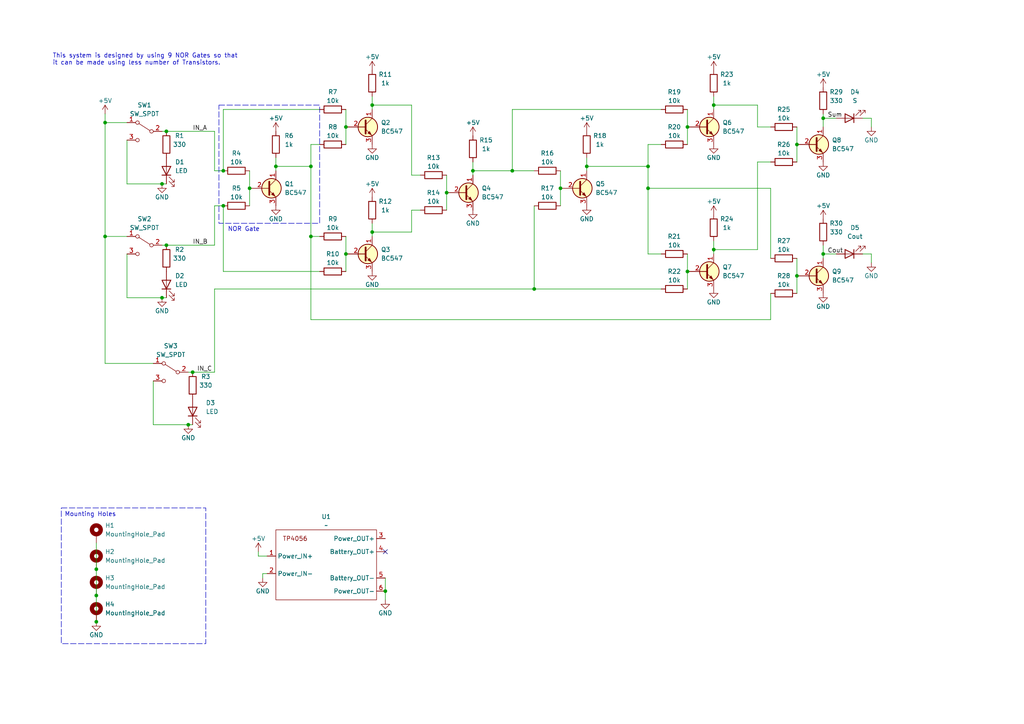
<source format=kicad_sch>
(kicad_sch (version 20231120) (generator "eeschema") (generator_version "8.0")
  (paper "A4")
  (lib_symbols
    (symbol "Device:LED" (pin_numbers hide) (pin_names (offset 1.016) hide)
      (property "Reference" "D" (at 0 2.54 0))
      (property "Value" "LED" (at 0 -2.54 0))
      (symbol "LED_0_1"
        (polyline (pts (xy -1.27 -1.27) (xy -1.27 1.27)) (stroke (width 0.254)))
        (polyline (pts (xy -1.27 0) (xy 1.27 0)))
        (polyline (pts (xy 1.27 -1.27) (xy 1.27 1.27) (xy -1.27 0) (xy 1.27 -1.27)) (stroke (width 0.254)))
        (polyline (pts (xy -3.048 -0.762) (xy -4.572 -2.286) (xy -3.81 -2.286) (xy -4.572 -2.286) (xy -4.572 -1.524)))
        (polyline (pts (xy -1.778 -0.762) (xy -3.302 -2.286) (xy -2.54 -2.286) (xy -3.302 -2.286) (xy -3.302 -1.524)))
      )
      (symbol "LED_1_1"
        (pin passive line (at -3.81 0 0) (length 2.54) (name "K") (number "1"))
        (pin passive line (at 3.81 0 180) (length 2.54) (name "A") (number "2"))
      )
    )
    (symbol "Device:R" (pin_numbers hide) (pin_names (offset 0))
      (property "Reference" "R" (at 2.032 0 90))
      (property "Value" "R" (at 0 0 90))
      (symbol "R_0_1"
        (rectangle (start -1.016 -2.54) (end 1.016 2.54) (stroke (width 0.254)))
      )
      (symbol "R_1_1"
        (pin passive line (at 0 3.81 270) (length 1.27) (name "~") (number "1"))
        (pin passive line (at 0 -3.81 90) (length 1.27) (name "~") (number "2"))
      )
    )
    (symbol "Mechanical:MountingHole_Pad" (pin_numbers hide) (pin_names (offset 1.016) hide) (exclude_from_sim yes) (in_bom no)
      (property "Reference" "H" (at 0 6.35 0))
      (property "Value" "MountingHole_Pad" (at 0 4.445 0))
      (symbol "MountingHole_Pad_0_1"
        (circle (center 0 1.27) (radius 1.27) (stroke (width 1.27)))
      )
      (symbol "MountingHole_Pad_1_1"
        (pin input line (at 0 -2.54 90) (length 2.54) (name "1") (number "1"))
      )
    )
    (symbol "PCM_Transistor_BJT_AKL:BC547" (pin_names hide)
      (property "Reference" "Q" (at 5.08 1.27 0))
      (property "Value" "BC547" (at 5.08 -1.27 0))
      (symbol "BC547_0_1"
        (polyline (pts (xy 0.635 0.635) (xy 2.54 2.54)))
        (polyline (pts (xy 0.635 -0.635) (xy 2.54 -2.54) (xy 2.54 -2.54)))
        (polyline (pts (xy 0.635 1.905) (xy 0.635 -1.905) (xy 0.635 -1.905)) (stroke (width 0.508)))
        (polyline (pts (xy 1.27 -1.778) (xy 1.778 -1.27) (xy 2.286 -2.286) (xy 1.27 -1.778) (xy 1.27 -1.778)) (fill (type outline)))
        (circle (center 1.27 0) (radius 2.8194) (stroke (width 0.254)) (fill (type background)))
      )
      (symbol "BC547_1_1"
        (pin passive line (at 2.54 5.08 270) (length 2.54) (name "C") (number "1"))
        (pin input line (at -5.08 0 0) (length 5.715) (name "B") (number "2"))
        (pin passive line (at 2.54 -5.08 90) (length 2.54) (name "E") (number "3"))
      )
    )
    (symbol "Switch:SW_SPDT" (pin_names (offset 0) hide)
      (property "Reference" "SW" (at 0 4.318 0))
      (property "Value" "SW_SPDT" (at 0 -5.08 0))
      (symbol "SW_SPDT_0_0"
        (circle (center -2.032 0) (radius 0.508))
        (circle (center 2.032 -2.54) (radius 0.508))
      )
      (symbol "SW_SPDT_0_1"
        (polyline (pts (xy -1.524 0.254) (xy 1.651 2.286)))
        (circle (center 2.032 2.54) (radius 0.508))
      )
      (symbol "SW_SPDT_1_1"
        (pin passive line (at 5.08 2.54 180) (length 2.54) (name "A") (number "1"))
        (pin passive line (at -5.08 0 0) (length 2.54) (name "B") (number "2"))
        (pin passive line (at 5.08 -2.54 180) (length 2.54) (name "C") (number "3"))
      )
    )
    (symbol "power:+5V" (power) (pin_names (offset 0))
      (property "Value" "+5V" (at 0 3.556 0))
      (symbol "+5V_0_1"
        (polyline (pts (xy -0.762 1.27) (xy 0 2.54)))
        (polyline (pts (xy 0 0) (xy 0 2.54)))
        (polyline (pts (xy 0 2.54) (xy 0.762 1.27)))
      )
      (symbol "+5V_1_1"
        (pin power_in line (at 0 0 90) (length 0) hide (name "+5V") (number "1"))
      )
    )
    (symbol "power:GND" (power) (pin_names (offset 0))
      (property "Value" "GND" (at 0 -3.81 0))
      (symbol "GND_0_1"
        (polyline (pts (xy 0 0) (xy 0 -1.27) (xy 1.27 -1.27) (xy 0 -2.54) (xy -1.27 -1.27) (xy 0 -1.27)))
      )
      (symbol "GND_1_1"
        (pin power_in line (at 0 0 270) (length 0) hide (name "GND") (number "1"))
      )
    )
    (symbol "tp4056_module_1" (in_bom no)
      (property "Reference" "U" (at 11.938 1.524 0))
      (symbol "tp4056_module_1_0_1"
        (rectangle (start -2.54 11.43) (end 26.67 -8.89))
      )
      (symbol "tp4056_module_1_1_1"
        (text "TP4056" (at 3.048 8.89 0) (effects (font (size 1.27 1.27))))
        (pin power_in line (at -5.08 3.81 0) (length 2.54) (name "Power_IN+") (number "1"))
        (pin input line (at -5.08 -1.27 0) (length 2.54) (name "Power_IN-") (number "2"))
        (pin power_out line (at 29.21 8.89 180) (length 2.54) (name "Power_OUT+") (number "3"))
        (pin bidirectional line (at 29.21 5.08 180) (length 2.54) (name "Battery_OUT+") (number "4"))
        (pin bidirectional line (at 29.21 -2.54 180) (length 2.54) (name "Battery_OUT-") (number "5"))
        (pin power_out line (at 29.21 -6.35 180) (length 2.54) (name "Power_OUT-") (number "6"))
      )
    )
  )
  (junction (at 199.39 36.83))
  (junction (at 231.14 80.01))
  (junction (at 162.56 54.61))
  (junction (at 46.99 53.34))
  (junction (at 187.96 54.61))
  (junction (at 170.18 48.26))
  (junction (at 27.94 172.72))
  (junction (at 64.77 49.53))
  (junction (at 207.01 72.39))
  (junction (at 48.26 71.12))
  (junction (at 238.76 34.29))
  (junction (at 187.96 48.26))
  (junction (at 207.01 30.48))
  (junction (at 238.76 73.66))
  (junction (at 107.95 67.31))
  (junction (at 137.16 49.53))
  (junction (at 54.61 123.19))
  (junction (at 129.54 55.88))
  (junction (at 154.94 83.82))
  (junction (at 46.99 86.36))
  (junction (at 90.17 68.58))
  (junction (at 55.88 107.95))
  (junction (at 27.94 180.34))
  (junction (at 27.94 165.1))
  (junction (at 107.95 30.48))
  (junction (at 48.26 38.1))
  (junction (at 100.33 36.83))
  (junction (at 90.17 48.26))
  (junction (at 72.39 54.61))
  (junction (at 64.77 59.69))
  (junction (at 30.48 68.58))
  (junction (at 30.48 35.56))
  (junction (at 100.33 73.66))
  (junction (at 231.14 41.91))
  (junction (at 199.39 78.74))
  (junction (at 148.59 49.53))
  (junction (at 80.01 48.26))
  (junction (at 111.76 171.45))
  (no_connect (at 111.76 160.02))
  (wire (pts (xy 252.73 73.66) (xy 250.19 73.66)))
  (wire (pts (xy 107.95 67.31) (xy 107.95 68.58)))
  (wire (pts (xy 46.99 53.34) (xy 48.26 53.34)))
  (wire (pts (xy 90.17 92.71) (xy 223.52 92.71)))
  (wire (pts (xy 119.38 60.96) (xy 119.38 67.31)))
  (wire (pts (xy 107.95 30.48) (xy 107.95 31.75)))
  (wire (pts (xy 27.94 165.1) (xy 27.94 172.72)))
  (wire (pts (xy 107.95 30.48) (xy 119.38 30.48)))
  (wire (pts (xy 36.83 35.56) (xy 30.48 35.56)))
  (wire (pts (xy 64.77 59.69) (xy 62.23 59.69)))
  (wire (pts (xy 207.01 30.48) (xy 207.01 31.75)))
  (wire (pts (xy 231.14 36.83) (xy 231.14 41.91)))
  (wire (pts (xy 54.61 123.19) (xy 55.88 123.19)))
  (wire (pts (xy 187.96 54.61) (xy 223.52 54.61)))
  (wire (pts (xy 48.26 71.12) (xy 46.99 71.12)))
  (wire (pts (xy 46.99 86.36) (xy 48.26 86.36)))
  (wire (pts (xy 30.48 35.56) (xy 30.48 68.58)))
  (wire (pts (xy 252.73 34.29) (xy 252.73 36.83)))
  (wire (pts (xy 48.26 38.1) (xy 62.23 38.1)))
  (wire (pts (xy 119.38 60.96) (xy 121.92 60.96)))
  (wire (pts (xy 148.59 49.53) (xy 154.94 49.53)))
  (wire (pts (xy 187.96 48.26) (xy 187.96 54.61)))
  (wire (pts (xy 231.14 80.01) (xy 231.14 85.09)))
  (wire (pts (xy 223.52 92.71) (xy 223.52 85.09)))
  (wire (pts (xy 36.83 73.66) (xy 36.83 86.36)))
  (wire (pts (xy 80.01 48.26) (xy 80.01 49.53)))
  (wire (pts (xy 119.38 67.31) (xy 107.95 67.31)))
  (wire (pts (xy 27.94 157.48) (xy 27.94 165.1)))
  (wire (pts (xy 238.76 73.66) (xy 242.57 73.66)))
  (wire (pts (xy 219.71 36.83) (xy 223.52 36.83)))
  (wire (pts (xy 92.71 41.91) (xy 90.17 41.91)))
  (wire (pts (xy 199.39 78.74) (xy 199.39 83.82)))
  (wire (pts (xy 187.96 54.61) (xy 187.96 73.66)))
  (wire (pts (xy 252.73 34.29) (xy 250.19 34.29)))
  (wire (pts (xy 80.01 48.26) (xy 90.17 48.26)))
  (wire (pts (xy 219.71 46.99) (xy 219.71 72.39)))
  (wire (pts (xy 148.59 49.53) (xy 148.59 31.75)))
  (wire (pts (xy 238.76 33.02) (xy 238.76 34.29)))
  (wire (pts (xy 207.01 72.39) (xy 207.01 73.66)))
  (wire (pts (xy 219.71 30.48) (xy 219.71 36.83)))
  (wire (pts (xy 119.38 30.48) (xy 119.38 50.8)))
  (wire (pts (xy 207.01 27.94) (xy 207.01 30.48)))
  (wire (pts (xy 223.52 46.99) (xy 219.71 46.99)))
  (wire (pts (xy 30.48 68.58) (xy 36.83 68.58)))
  (wire (pts (xy 30.48 105.41) (xy 44.45 105.41)))
  (wire (pts (xy 90.17 48.26) (xy 90.17 68.58)))
  (wire (pts (xy 129.54 55.88) (xy 129.54 60.96)))
  (wire (pts (xy 199.39 31.75) (xy 199.39 36.83)))
  (wire (pts (xy 187.96 41.91) (xy 187.96 48.26)))
  (wire (pts (xy 74.93 161.29) (xy 77.47 161.29)))
  (wire (pts (xy 100.33 31.75) (xy 100.33 36.83)))
  (wire (pts (xy 100.33 68.58) (xy 100.33 73.66)))
  (wire (pts (xy 62.23 83.82) (xy 154.94 83.82)))
  (wire (pts (xy 170.18 48.26) (xy 170.18 49.53)))
  (wire (pts (xy 62.23 38.1) (xy 62.23 49.53)))
  (wire (pts (xy 27.94 172.72) (xy 27.94 180.34)))
  (wire (pts (xy 62.23 71.12) (xy 48.26 71.12)))
  (wire (pts (xy 219.71 72.39) (xy 207.01 72.39)))
  (wire (pts (xy 90.17 68.58) (xy 90.17 92.71)))
  (wire (pts (xy 238.76 71.12) (xy 238.76 73.66)))
  (wire (pts (xy 199.39 36.83) (xy 199.39 41.91)))
  (wire (pts (xy 48.26 38.1) (xy 46.99 38.1)))
  (wire (pts (xy 100.33 36.83) (xy 100.33 41.91)))
  (wire (pts (xy 74.93 160.02) (xy 74.93 161.29)))
  (wire (pts (xy 231.14 41.91) (xy 231.14 46.99)))
  (wire (pts (xy 90.17 41.91) (xy 90.17 48.26)))
  (wire (pts (xy 80.01 45.72) (xy 80.01 48.26)))
  (wire (pts (xy 64.77 78.74) (xy 92.71 78.74)))
  (wire (pts (xy 252.73 76.2) (xy 252.73 73.66)))
  (wire (pts (xy 199.39 73.66) (xy 199.39 78.74)))
  (wire (pts (xy 187.96 73.66) (xy 191.77 73.66)))
  (wire (pts (xy 137.16 49.53) (xy 137.16 50.8)))
  (wire (pts (xy 30.48 33.02) (xy 30.48 35.56)))
  (wire (pts (xy 107.95 64.77) (xy 107.95 67.31)))
  (wire (pts (xy 231.14 74.93) (xy 231.14 80.01)))
  (wire (pts (xy 72.39 49.53) (xy 72.39 54.61)))
  (wire (pts (xy 154.94 83.82) (xy 191.77 83.82)))
  (wire (pts (xy 76.2 166.37) (xy 77.47 166.37)))
  (wire (pts (xy 36.83 53.34) (xy 46.99 53.34)))
  (wire (pts (xy 137.16 46.99) (xy 137.16 49.53)))
  (wire (pts (xy 238.76 34.29) (xy 242.57 34.29)))
  (wire (pts (xy 170.18 48.26) (xy 187.96 48.26)))
  (wire (pts (xy 170.18 45.72) (xy 170.18 48.26)))
  (wire (pts (xy 62.23 49.53) (xy 64.77 49.53)))
  (wire (pts (xy 162.56 49.53) (xy 162.56 54.61)))
  (wire (pts (xy 154.94 59.69) (xy 154.94 83.82)))
  (wire (pts (xy 90.17 68.58) (xy 92.71 68.58)))
  (wire (pts (xy 62.23 107.95) (xy 55.88 107.95)))
  (wire (pts (xy 238.76 34.29) (xy 238.76 36.83)))
  (wire (pts (xy 72.39 54.61) (xy 72.39 59.69)))
  (wire (pts (xy 111.76 167.64) (xy 111.76 171.45)))
  (wire (pts (xy 64.77 31.75) (xy 92.71 31.75)))
  (wire (pts (xy 76.2 167.64) (xy 76.2 166.37)))
  (wire (pts (xy 137.16 49.53) (xy 148.59 49.53)))
  (wire (pts (xy 30.48 68.58) (xy 30.48 105.41)))
  (wire (pts (xy 107.95 27.94) (xy 107.95 30.48)))
  (wire (pts (xy 119.38 50.8) (xy 121.92 50.8)))
  (wire (pts (xy 44.45 110.49) (xy 44.45 123.19)))
  (wire (pts (xy 36.83 40.64) (xy 36.83 53.34)))
  (wire (pts (xy 64.77 59.69) (xy 64.77 78.74)))
  (wire (pts (xy 111.76 173.99) (xy 111.76 171.45)))
  (wire (pts (xy 62.23 83.82) (xy 62.23 107.95)))
  (wire (pts (xy 62.23 59.69) (xy 62.23 71.12)))
  (wire (pts (xy 191.77 41.91) (xy 187.96 41.91)))
  (wire (pts (xy 207.01 30.48) (xy 219.71 30.48)))
  (wire (pts (xy 238.76 73.66) (xy 238.76 74.93)))
  (wire (pts (xy 162.56 54.61) (xy 162.56 59.69)))
  (wire (pts (xy 64.77 49.53) (xy 64.77 31.75)))
  (wire (pts (xy 129.54 50.8) (xy 129.54 55.88)))
  (wire (pts (xy 207.01 69.85) (xy 207.01 72.39)))
  (wire (pts (xy 100.33 73.66) (xy 100.33 78.74)))
  (wire (pts (xy 44.45 123.19) (xy 54.61 123.19)))
  (wire (pts (xy 36.83 86.36) (xy 46.99 86.36)))
  (wire (pts (xy 54.61 107.95) (xy 55.88 107.95)))
  (wire (pts (xy 223.52 54.61) (xy 223.52 74.93)))
  (wire (pts (xy 148.59 31.75) (xy 191.77 31.75)))
  (rectangle (start 63.5 30.48) (end 92.71 64.77) (stroke (width 0) (type dash)))
  (text_box "Mounting Holes" (at 17.78 147.32 0) (size 41.91 39.37) (stroke (width 0) (type dash)) (effects (font (size 1.27 1.27)) (justify left top)))
  (text "NOR Gate" (at 66.04 67.31 0) (effects (font (size 1.27 1.27)) (justify left bottom)))
  (text "This system is designed by using 9 NOR Gates so that \nit can be made using less number of Transistors." (at 15.24 19.05 0) (effects (font (size 1.27 1.27)) (justify left bottom)))
  (label "IN_A" (at 55.88 38.1 0))
  (label "Cout" (at 240.03 73.66 0))
  (label "IN_B" (at 55.88 71.12 0))
  (label "IN_C" (at 57.15 107.95 0))
  (label "Sum" (at 240.03 34.29 0))
  (symbol (lib_id "PCM_Transistor_BJT_AKL:BC547") (at 236.22 41.91 0) (unit 1)
    (property "Reference" "Q8" (at 241.3 40.64 0) (effects (justify left)))
    (property "Value" "BC547" (at 241.3 43.18 0) (effects (justify left)))
    (property "Footprint" "PCM_Package_TO_SOT_THT_AKL:TO-92_Inline_CBE" (effects (hide yes)))
    (property "Datasheet" "https://www.tme.eu/Document/6c5d898a533a0762c2bc33eb26c283a8/BC546-550-DTE.pdf" (effects (hide yes)))
  )
  (symbol (lib_id "Device:R") (at 195.58 83.82 90) (unit 1)
    (property "Reference" "R22" (at 195.58 78.74 90))
    (property "Value" "10k" (at 195.58 81.28 90))
    (property "Footprint" "Resistor_THT:R_Axial_DIN0207_L6.3mm_D2.5mm_P10.16mm_Horizontal" (effects (hide yes)))
  )
  (symbol (lib_id "Device:LED") (at 55.88 119.38 90) (unit 1)
    (property "Reference" "D3" (at 59.69 116.84 90) (effects (justify right)))
    (property "Value" "LED" (at 59.69 119.38 90) (effects (justify right)))
    (property "Footprint" "LED_THT:LED_D3.0mm" (effects (hide yes)))
  )
  (symbol (lib_id "Device:LED") (at 246.38 34.29 180) (unit 1)
    (property "Reference" "D4" (at 247.9675 26.67 0))
    (property "Value" "S" (at 247.9675 29.21 0))
    (property "Footprint" "LED_THT:LED_D3.0mm" (effects (hide yes)))
  )
  (symbol (lib_id "power:GND") (at 76.2 167.64 0) (unit 1)
    (property "Reference" "#PWR07" (effects (hide yes)))
    (property "Value" "GND" (at 76.2 171.45 0))
  )
  (symbol (lib_id "power:GND") (at 137.16 60.96 0) (unit 1)
    (property "Reference" "#PWR018" (effects (hide yes)))
    (property "Value" "GND" (at 137.16 64.77 0))
  )
  (symbol (lib_id "power:+5V") (at 207.01 20.32 0) (unit 1)
    (property "Reference" "#PWR021" (effects (hide yes)))
    (property "Value" "+5V" (at 207.01 16.51 0))
  )
  (symbol (lib_id "Device:R") (at 125.73 50.8 90) (unit 1)
    (property "Reference" "R13" (at 125.73 45.72 90))
    (property "Value" "10k" (at 125.73 48.26 90))
    (property "Footprint" "Resistor_THT:R_Axial_DIN0207_L6.3mm_D2.5mm_P10.16mm_Horizontal" (effects (hide yes)))
  )
  (symbol (lib_id "power:+5V") (at 107.95 20.32 0) (unit 1)
    (property "Reference" "#PWR010" (effects (hide yes)))
    (property "Value" "+5V" (at 107.95 16.51 0))
  )
  (symbol (lib_id "Device:R") (at 195.58 41.91 90) (unit 1)
    (property "Reference" "R20" (at 195.58 36.83 90))
    (property "Value" "10k" (at 195.58 39.37 90))
    (property "Footprint" "Resistor_THT:R_Axial_DIN0207_L6.3mm_D2.5mm_P10.16mm_Horizontal" (effects (hide yes)))
  )
  (symbol (lib_id "PCM_Transistor_BJT_AKL:BC547") (at 77.47 54.61 0) (unit 1)
    (property "Reference" "Q1" (at 82.55 53.34 0) (effects (justify left)))
    (property "Value" "BC547" (at 82.55 55.88 0) (effects (justify left)))
    (property "Footprint" "PCM_Package_TO_SOT_THT_AKL:TO-92_Inline_CBE" (effects (hide yes)))
    (property "Datasheet" "https://www.tme.eu/Document/6c5d898a533a0762c2bc33eb26c283a8/BC546-550-DTE.pdf" (effects (hide yes)))
  )
  (symbol (lib_id "power:GND") (at 46.99 86.36 0) (unit 1)
    (property "Reference" "#PWR04" (effects (hide yes)))
    (property "Value" "GND" (at 46.99 90.17 0))
  )
  (symbol (lib_id "Device:R") (at 96.52 31.75 90) (unit 1)
    (property "Reference" "R7" (at 96.52 26.67 90))
    (property "Value" "10k" (at 96.52 29.21 90))
    (property "Footprint" "Resistor_THT:R_Axial_DIN0207_L6.3mm_D2.5mm_P10.16mm_Horizontal" (effects (hide yes)))
  )
  (symbol (lib_id "Device:R") (at 48.26 74.93 0) (unit 1)
    (property "Reference" "R2" (at 52.07 72.39 0))
    (property "Value" "330" (at 52.07 74.93 0))
    (property "Footprint" "Resistor_THT:R_Axial_DIN0207_L6.3mm_D2.5mm_P10.16mm_Horizontal" (effects (hide yes)))
  )
  (symbol (lib_id "Device:R") (at 80.01 41.91 0) (unit 1)
    (property "Reference" "R6" (at 83.82 39.37 0))
    (property "Value" "1k" (at 83.82 41.91 0))
    (property "Footprint" "Resistor_THT:R_Axial_DIN0207_L6.3mm_D2.5mm_P10.16mm_Horizontal" (effects (hide yes)))
  )
  (symbol (lib_id "Device:R") (at 227.33 85.09 90) (unit 1)
    (property "Reference" "R28" (at 227.33 80.01 90))
    (property "Value" "10k" (at 227.33 82.55 90))
    (property "Footprint" "Resistor_THT:R_Axial_DIN0207_L6.3mm_D2.5mm_P10.16mm_Horizontal" (effects (hide yes)))
  )
  (symbol (lib_id "Device:R") (at 96.52 68.58 90) (unit 1)
    (property "Reference" "R9" (at 96.52 63.5 90))
    (property "Value" "10k" (at 96.52 66.04 90))
    (property "Footprint" "Resistor_THT:R_Axial_DIN0207_L6.3mm_D2.5mm_P10.16mm_Horizontal" (effects (hide yes)))
  )
  (symbol (lib_id "Device:R") (at 195.58 73.66 90) (unit 1)
    (property "Reference" "R21" (at 195.58 68.58 90))
    (property "Value" "10k" (at 195.58 71.12 90))
    (property "Footprint" "Resistor_THT:R_Axial_DIN0207_L6.3mm_D2.5mm_P10.16mm_Horizontal" (effects (hide yes)))
  )
  (symbol (lib_id "power:GND") (at 111.76 173.99 0) (unit 1)
    (property "Reference" "#PWR014" (effects (hide yes)))
    (property "Value" "GND" (at 111.76 177.8 0))
  )
  (symbol (lib_id "PCM_Transistor_BJT_AKL:BC547") (at 236.22 80.01 0) (unit 1)
    (property "Reference" "Q9" (at 241.3 78.74 0) (effects (justify left)))
    (property "Value" "BC547" (at 241.3 81.28 0) (effects (justify left)))
    (property "Footprint" "PCM_Package_TO_SOT_THT_AKL:TO-92_Inline_CBE" (effects (hide yes)))
    (property "Datasheet" "https://www.tme.eu/Document/6c5d898a533a0762c2bc33eb26c283a8/BC546-550-DTE.pdf" (effects (hide yes)))
  )
  (symbol (lib_id "power:GND") (at 207.01 83.82 0) (unit 1)
    (property "Reference" "#PWR024" (effects (hide yes)))
    (property "Value" "GND" (at 207.01 87.63 0))
  )
  (symbol (lib_id "Device:R") (at 207.01 66.04 0) (unit 1)
    (property "Reference" "R24" (at 210.82 63.5 0))
    (property "Value" "1k" (at 210.82 66.04 0))
    (property "Footprint" "Resistor_THT:R_Axial_DIN0207_L6.3mm_D2.5mm_P10.16mm_Horizontal" (effects (hide yes)))
  )
  (symbol (lib_id "PCM_Transistor_BJT_AKL:BC547") (at 204.47 36.83 0) (unit 1)
    (property "Reference" "Q6" (at 209.55 35.56 0) (effects (justify left)))
    (property "Value" "BC547" (at 209.55 38.1 0) (effects (justify left)))
    (property "Footprint" "PCM_Package_TO_SOT_THT_AKL:TO-92_Inline_CBE" (effects (hide yes)))
    (property "Datasheet" "https://www.tme.eu/Document/6c5d898a533a0762c2bc33eb26c283a8/BC546-550-DTE.pdf" (effects (hide yes)))
  )
  (symbol (lib_id "Device:LED") (at 48.26 82.55 90) (unit 1)
    (property "Reference" "D2" (at 50.8 80.01 90) (effects (justify right)))
    (property "Value" "LED" (at 50.8 82.55 90) (effects (justify right)))
    (property "Footprint" "LED_THT:LED_D3.0mm" (effects (hide yes)))
  )
  (symbol (lib_id "power:GND") (at 80.01 59.69 0) (unit 1)
    (property "Reference" "#PWR09" (effects (hide yes)))
    (property "Value" "GND" (at 80.01 63.5 0))
  )
  (symbol (lib_id "power:GND") (at 54.61 123.19 0) (unit 1)
    (property "Reference" "#PWR05" (effects (hide yes)))
    (property "Value" "GND" (at 54.61 127 0))
  )
  (symbol (lib_id "power:GND") (at 238.76 46.99 0) (unit 1)
    (property "Reference" "#PWR026" (effects (hide yes)))
    (property "Value" "GND" (at 238.76 50.8 0))
  )
  (symbol (lib_id "Device:R") (at 158.75 49.53 90) (unit 1)
    (property "Reference" "R16" (at 158.75 44.45 90))
    (property "Value" "10k" (at 158.75 46.99 90))
    (property "Footprint" "Resistor_THT:R_Axial_DIN0207_L6.3mm_D2.5mm_P10.16mm_Horizontal" (effects (hide yes)))
  )
  (symbol (lib_name "tp4056_module_1") (lib_id "tp4056_module:tp4056_module") (at 82.55 165.1 0) (unit 1) (in_bom no)
    (property "Reference" "U1" (at 94.615 149.86 0))
    (property "Value" "~" (at 94.615 152.4 0))
    (property "Footprint" "tp4056_module:tp4056_module" (effects (hide yes)))
  )
  (symbol (lib_id "power:GND") (at 170.18 59.69 0) (unit 1)
    (property "Reference" "#PWR020" (effects (hide yes)))
    (property "Value" "GND" (at 170.18 63.5 0))
  )
  (symbol (lib_id "PCM_Transistor_BJT_AKL:BC547") (at 105.41 73.66 0) (unit 1)
    (property "Reference" "Q3" (at 110.49 72.39 0) (effects (justify left)))
    (property "Value" "BC547" (at 110.49 74.93 0) (effects (justify left)))
    (property "Footprint" "PCM_Package_TO_SOT_THT_AKL:TO-92_Inline_CBE" (effects (hide yes)))
    (property "Datasheet" "https://www.tme.eu/Document/6c5d898a533a0762c2bc33eb26c283a8/BC546-550-DTE.pdf" (effects (hide yes)))
  )
  (symbol (lib_id "Device:R") (at 238.76 67.31 0) (unit 1)
    (property "Reference" "R30" (at 242.57 64.77 0))
    (property "Value" "330" (at 242.57 67.31 0))
    (property "Footprint" "Resistor_THT:R_Axial_DIN0207_L6.3mm_D2.5mm_P10.16mm_Horizontal" (effects (hide yes)))
  )
  (symbol (lib_id "Device:R") (at 55.88 111.76 0) (unit 1)
    (property "Reference" "R3" (at 59.69 109.22 0))
    (property "Value" "330" (at 59.69 111.76 0))
    (property "Footprint" "Resistor_THT:R_Axial_DIN0207_L6.3mm_D2.5mm_P10.16mm_Horizontal" (effects (hide yes)))
  )
  (symbol (lib_id "Device:R") (at 96.52 41.91 90) (unit 1)
    (property "Reference" "R8" (at 96.52 36.83 90))
    (property "Value" "10k" (at 96.52 39.37 90))
    (property "Footprint" "Resistor_THT:R_Axial_DIN0207_L6.3mm_D2.5mm_P10.16mm_Horizontal" (effects (hide yes)))
  )
  (symbol (lib_id "Device:R") (at 227.33 46.99 90) (unit 1)
    (property "Reference" "R26" (at 227.33 41.91 90))
    (property "Value" "10k" (at 227.33 44.45 90))
    (property "Footprint" "Resistor_THT:R_Axial_DIN0207_L6.3mm_D2.5mm_P10.16mm_Horizontal" (effects (hide yes)))
  )
  (symbol (lib_id "Mechanical:MountingHole_Pad") (at 27.94 162.56 0) (unit 1) (exclude_from_sim yes) (in_bom no)
    (property "Reference" "H2" (at 30.48 160.0199 0) (effects (justify left)))
    (property "Value" "MountingHole_Pad" (at 30.48 162.5599 0) (effects (justify left)))
    (property "Footprint" "MountingHole:MountingHole_2.2mm_M2_Pad_TopBottom" (effects (hide yes)))
    (property "Description" "Mounting Hole with connection" (effects (hide yes)))
  )
  (symbol (lib_id "power:+5V") (at 137.16 39.37 0) (unit 1)
    (property "Reference" "#PWR017" (effects (hide yes)))
    (property "Value" "+5V" (at 137.16 35.56 0))
  )
  (symbol (lib_id "Device:R") (at 68.58 49.53 90) (unit 1)
    (property "Reference" "R4" (at 68.58 44.45 90))
    (property "Value" "10k" (at 68.58 46.99 90))
    (property "Footprint" "Resistor_THT:R_Axial_DIN0207_L6.3mm_D2.5mm_P10.16mm_Horizontal" (effects (hide yes)))
  )
  (symbol (lib_id "power:GND") (at 107.95 78.74 0) (unit 1)
    (property "Reference" "#PWR013" (effects (hide yes)))
    (property "Value" "GND" (at 107.95 82.55 0))
  )
  (symbol (lib_id "Switch:SW_SPDT") (at 49.53 107.95 0) (mirror y) (unit 1)
    (property "Reference" "SW3" (at 49.53 100.33 0))
    (property "Value" "SW_SPDT" (at 49.53 102.87 0))
    (property "Footprint" "footprints:SWITCH_S20203" (effects (hide yes)))
  )
  (symbol (lib_id "Device:LED") (at 246.38 73.66 180) (unit 1)
    (property "Reference" "D5" (at 247.9675 66.04 0))
    (property "Value" "Cout" (at 247.9675 68.58 0))
    (property "Footprint" "LED_THT:LED_D3.0mm" (effects (hide yes)))
  )
  (symbol (lib_id "Device:LED") (at 48.26 49.53 90) (unit 1)
    (property "Reference" "D1" (at 50.8 46.99 90) (effects (justify right)))
    (property "Value" "LED" (at 50.8 49.53 90) (effects (justify right)))
    (property "Footprint" "LED_THT:LED_D3.0mm" (effects (hide yes)))
  )
  (symbol (lib_id "Device:R") (at 238.76 29.21 0) (unit 1)
    (property "Reference" "R29" (at 242.57 26.67 0))
    (property "Value" "330" (at 242.57 29.21 0))
    (property "Footprint" "Resistor_THT:R_Axial_DIN0207_L6.3mm_D2.5mm_P10.16mm_Horizontal" (effects (hide yes)))
  )
  (symbol (lib_id "power:+5V") (at 238.76 25.4 0) (unit 1)
    (property "Reference" "#PWR025" (effects (hide yes)))
    (property "Value" "+5V" (at 238.76 21.59 0))
  )
  (symbol (lib_id "power:+5V") (at 107.95 57.15 0) (unit 1)
    (property "Reference" "#PWR012" (effects (hide yes)))
    (property "Value" "+5V" (at 107.95 53.34 0))
  )
  (symbol (lib_id "Device:R") (at 48.26 41.91 0) (unit 1)
    (property "Reference" "R1" (at 52.07 39.37 0))
    (property "Value" "330" (at 52.07 41.91 0))
    (property "Footprint" "Resistor_THT:R_Axial_DIN0207_L6.3mm_D2.5mm_P10.16mm_Horizontal" (effects (hide yes)))
  )
  (symbol (lib_id "Device:R") (at 107.95 24.13 0) (unit 1)
    (property "Reference" "R11" (at 111.76 21.59 0))
    (property "Value" "1k" (at 111.76 24.13 0))
    (property "Footprint" "Resistor_THT:R_Axial_DIN0207_L6.3mm_D2.5mm_P10.16mm_Horizontal" (effects (hide yes)))
  )
  (symbol (lib_id "Device:R") (at 158.75 59.69 90) (unit 1)
    (property "Reference" "R17" (at 158.75 54.61 90))
    (property "Value" "10k" (at 158.75 57.15 90))
    (property "Footprint" "Resistor_THT:R_Axial_DIN0207_L6.3mm_D2.5mm_P10.16mm_Horizontal" (effects (hide yes)))
  )
  (symbol (lib_id "Device:R") (at 68.58 59.69 90) (unit 1)
    (property "Reference" "R5" (at 68.58 54.61 90))
    (property "Value" "10k" (at 68.58 57.15 90))
    (property "Footprint" "Resistor_THT:R_Axial_DIN0207_L6.3mm_D2.5mm_P10.16mm_Horizontal" (effects (hide yes)))
  )
  (symbol (lib_id "Device:R") (at 227.33 74.93 90) (unit 1)
    (property "Reference" "R27" (at 227.33 69.85 90))
    (property "Value" "10k" (at 227.33 72.39 90))
    (property "Footprint" "Resistor_THT:R_Axial_DIN0207_L6.3mm_D2.5mm_P10.16mm_Horizontal" (effects (hide yes)))
  )
  (symbol (lib_id "Device:R") (at 125.73 60.96 90) (unit 1)
    (property "Reference" "R14" (at 125.73 55.88 90))
    (property "Value" "10k" (at 125.73 58.42 90))
    (property "Footprint" "Resistor_THT:R_Axial_DIN0207_L6.3mm_D2.5mm_P10.16mm_Horizontal" (effects (hide yes)))
  )
  (symbol (lib_id "power:+5V") (at 80.01 38.1 0) (unit 1)
    (property "Reference" "#PWR08" (effects (hide yes)))
    (property "Value" "+5V" (at 80.01 34.29 0))
  )
  (symbol (lib_id "power:GND") (at 207.01 41.91 0) (unit 1)
    (property "Reference" "#PWR022" (effects (hide yes)))
    (property "Value" "GND" (at 207.01 45.72 0))
  )
  (symbol (lib_id "Device:R") (at 227.33 36.83 90) (unit 1)
    (property "Reference" "R25" (at 227.33 31.75 90))
    (property "Value" "10k" (at 227.33 34.29 90))
    (property "Footprint" "Resistor_THT:R_Axial_DIN0207_L6.3mm_D2.5mm_P10.16mm_Horizontal" (effects (hide yes)))
  )
  (symbol (lib_id "Device:R") (at 107.95 60.96 0) (unit 1)
    (property "Reference" "R12" (at 111.76 58.42 0))
    (property "Value" "1k" (at 111.76 60.96 0))
    (property "Footprint" "Resistor_THT:R_Axial_DIN0207_L6.3mm_D2.5mm_P10.16mm_Horizontal" (effects (hide yes)))
  )
  (symbol (lib_id "PCM_Transistor_BJT_AKL:BC547") (at 134.62 55.88 0) (unit 1)
    (property "Reference" "Q4" (at 139.7 54.61 0) (effects (justify left)))
    (property "Value" "BC547" (at 139.7 57.15 0) (effects (justify left)))
    (property "Footprint" "PCM_Package_TO_SOT_THT_AKL:TO-92_Inline_CBE" (effects (hide yes)))
    (property "Datasheet" "https://www.tme.eu/Document/6c5d898a533a0762c2bc33eb26c283a8/BC546-550-DTE.pdf" (effects (hide yes)))
  )
  (symbol (lib_id "PCM_Transistor_BJT_AKL:BC547") (at 105.41 36.83 0) (unit 1)
    (property "Reference" "Q2" (at 110.49 35.56 0) (effects (justify left)))
    (property "Value" "BC547" (at 110.49 38.1 0) (effects (justify left)))
    (property "Footprint" "PCM_Package_TO_SOT_THT_AKL:TO-92_Inline_CBE" (effects (hide yes)))
    (property "Datasheet" "https://www.tme.eu/Document/6c5d898a533a0762c2bc33eb26c283a8/BC546-550-DTE.pdf" (effects (hide yes)))
  )
  (symbol (lib_id "power:GND") (at 46.99 53.34 0) (unit 1)
    (property "Reference" "#PWR03" (effects (hide yes)))
    (property "Value" "GND" (at 46.99 57.15 0))
  )
  (symbol (lib_id "Device:R") (at 207.01 24.13 0) (unit 1)
    (property "Reference" "R23" (at 210.82 21.59 0))
    (property "Value" "1k" (at 210.82 24.13 0))
    (property "Footprint" "Resistor_THT:R_Axial_DIN0207_L6.3mm_D2.5mm_P10.16mm_Horizontal" (effects (hide yes)))
  )
  (symbol (lib_id "Device:R") (at 195.58 31.75 90) (unit 1)
    (property "Reference" "R19" (at 195.58 26.67 90))
    (property "Value" "10k" (at 195.58 29.21 90))
    (property "Footprint" "Resistor_THT:R_Axial_DIN0207_L6.3mm_D2.5mm_P10.16mm_Horizontal" (effects (hide yes)))
  )
  (symbol (lib_id "power:+5V") (at 170.18 38.1 0) (unit 1)
    (property "Reference" "#PWR019" (effects (hide yes)))
    (property "Value" "+5V" (at 170.18 34.29 0))
  )
  (symbol (lib_id "PCM_Transistor_BJT_AKL:BC547") (at 167.64 54.61 0) (unit 1)
    (property "Reference" "Q5" (at 172.72 53.34 0) (effects (justify left)))
    (property "Value" "BC547" (at 172.72 55.88 0) (effects (justify left)))
    (property "Footprint" "PCM_Package_TO_SOT_THT_AKL:TO-92_Inline_CBE" (effects (hide yes)))
    (property "Datasheet" "https://www.tme.eu/Document/6c5d898a533a0762c2bc33eb26c283a8/BC546-550-DTE.pdf" (effects (hide yes)))
  )
  (symbol (lib_id "power:+5V") (at 238.76 63.5 0) (unit 1)
    (property "Reference" "#PWR027" (effects (hide yes)))
    (property "Value" "+5V" (at 238.76 59.69 0))
  )
  (symbol (lib_id "power:+5V") (at 74.93 160.02 0) (unit 1)
    (property "Reference" "#PWR06" (effects (hide yes)))
    (property "Value" "+5V" (at 74.93 156.21 0))
  )
  (symbol (lib_id "power:GND") (at 27.94 180.34 0) (unit 1)
    (property "Reference" "#PWR01" (effects (hide yes)))
    (property "Value" "GND" (at 27.94 184.15 0))
  )
  (symbol (lib_id "power:+5V") (at 30.48 33.02 0) (unit 1)
    (property "Reference" "#PWR02" (effects (hide yes)))
    (property "Value" "+5V" (at 30.48 29.21 0))
  )
  (symbol (lib_id "PCM_Transistor_BJT_AKL:BC547") (at 204.47 78.74 0) (unit 1)
    (property "Reference" "Q7" (at 209.55 77.47 0) (effects (justify left)))
    (property "Value" "BC547" (at 209.55 80.01 0) (effects (justify left)))
    (property "Footprint" "PCM_Package_TO_SOT_THT_AKL:TO-92_Inline_CBE" (effects (hide yes)))
    (property "Datasheet" "https://www.tme.eu/Document/6c5d898a533a0762c2bc33eb26c283a8/BC546-550-DTE.pdf" (effects (hide yes)))
  )
  (symbol (lib_id "Device:R") (at 170.18 41.91 0) (unit 1)
    (property "Reference" "R18" (at 173.99 39.37 0))
    (property "Value" "1k" (at 173.99 41.91 0))
    (property "Footprint" "Resistor_THT:R_Axial_DIN0207_L6.3mm_D2.5mm_P10.16mm_Horizontal" (effects (hide yes)))
  )
  (symbol (lib_id "power:+5V") (at 207.01 62.23 0) (unit 1)
    (property "Reference" "#PWR023" (effects (hide yes)))
    (property "Value" "+5V" (at 207.01 58.42 0))
  )
  (symbol (lib_id "Mechanical:MountingHole_Pad") (at 27.94 177.8 0) (unit 1) (exclude_from_sim yes) (in_bom no)
    (property "Reference" "H4" (at 30.48 175.2599 0) (effects (justify left)))
    (property "Value" "MountingHole_Pad" (at 30.48 177.7999 0) (effects (justify left)))
    (property "Footprint" "MountingHole:MountingHole_2.2mm_M2_Pad_TopBottom" (effects (hide yes)))
    (property "Description" "Mounting Hole with connection" (effects (hide yes)))
  )
  (symbol (lib_id "Switch:SW_SPDT") (at 41.91 71.12 0) (mirror y) (unit 1)
    (property "Reference" "SW2" (at 41.91 63.5 0))
    (property "Value" "SW_SPDT" (at 41.91 66.04 0))
    (property "Footprint" "footprints:SWITCH_S20203" (effects (hide yes)))
  )
  (symbol (lib_id "power:GND") (at 238.76 85.09 0) (unit 1)
    (property "Reference" "#PWR028" (effects (hide yes)))
    (property "Value" "GND" (at 238.76 88.9 0))
  )
  (symbol (lib_id "Mechanical:MountingHole_Pad") (at 27.94 170.18 0) (unit 1) (exclude_from_sim yes) (in_bom no)
    (property "Reference" "H3" (at 30.48 167.6399 0) (effects (justify left)))
    (property "Value" "MountingHole_Pad" (at 30.48 170.1799 0) (effects (justify left)))
    (property "Footprint" "MountingHole:MountingHole_2.2mm_M2_Pad_TopBottom" (effects (hide yes)))
    (property "Description" "Mounting Hole with connection" (effects (hide yes)))
  )
  (symbol (lib_id "power:GND") (at 252.73 36.83 0) (unit 1)
    (property "Reference" "#PWR029" (effects (hide yes)))
    (property "Value" "GND" (at 252.73 40.64 0))
  )
  (symbol (lib_id "power:GND") (at 107.95 41.91 0) (unit 1)
    (property "Reference" "#PWR011" (effects (hide yes)))
    (property "Value" "GND" (at 107.95 45.72 0))
  )
  (symbol (lib_id "Switch:SW_SPDT") (at 41.91 38.1 0) (mirror y) (unit 1)
    (property "Reference" "SW1" (at 41.91 30.48 0))
    (property "Value" "SW_SPDT" (at 41.91 33.02 0))
    (property "Footprint" "footprints:SWITCH_S20203" (effects (hide yes)))
  )
  (symbol (lib_id "Mechanical:MountingHole_Pad") (at 27.94 154.94 0) (unit 1) (exclude_from_sim yes) (in_bom no)
    (property "Reference" "H1" (at 30.48 152.3999 0) (effects (justify left)))
    (property "Value" "MountingHole_Pad" (at 30.48 154.9399 0) (effects (justify left)))
    (property "Footprint" "MountingHole:MountingHole_2.2mm_M2_Pad_TopBottom" (effects (hide yes)))
    (property "Description" "Mounting Hole with connection" (effects (hide yes)))
  )
  (symbol (lib_id "power:GND") (at 252.73 76.2 0) (unit 1)
    (property "Reference" "#PWR030" (effects (hide yes)))
    (property "Value" "GND" (at 252.73 80.01 0))
  )
  (symbol (lib_id "Device:R") (at 96.52 78.74 90) (unit 1)
    (property "Reference" "R10" (at 96.52 73.66 90))
    (property "Value" "10k" (at 96.52 76.2 90))
    (property "Footprint" "Resistor_THT:R_Axial_DIN0207_L6.3mm_D2.5mm_P10.16mm_Horizontal" (effects (hide yes)))
  )
  (symbol (lib_id "Device:R") (at 137.16 43.18 0) (unit 1)
    (property "Reference" "R15" (at 140.97 40.64 0))
    (property "Value" "1k" (at 140.97 43.18 0))
    (property "Footprint" "Resistor_THT:R_Axial_DIN0207_L6.3mm_D2.5mm_P10.16mm_Horizontal" (effects (hide yes)))
  )
)
</source>
